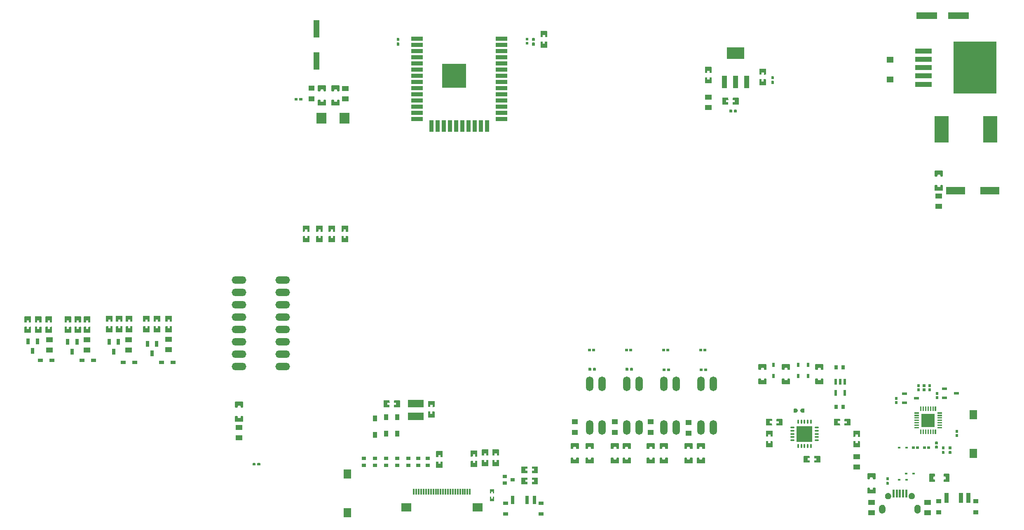
<source format=gtp>
G04 Layer: TopPasteMaskLayer*
G04 EasyEDA v6.5.48, 2025-03-05 09:15:20*
G04 46f63332791e42a8a8f84cc4274b5eef,c1046fc99c6340e49b79c231b7c3a508,10*
G04 Gerber Generator version 0.2*
G04 Scale: 100 percent, Rotated: No, Reflected: No *
G04 Dimensions in millimeters *
G04 leading zeros omitted , absolute positions ,4 integer and 5 decimal *
%FSLAX45Y45*%
%MOMM*%

%AMMACRO1*21,1,$1,$2,0,0,$3*%
%ADD10R,0.9000X2.0000*%
%ADD11R,1.1000X0.9300*%
%ADD12MACRO1,1.26X3.61X0.0000*%
%ADD13R,4.2000X1.4000*%
%ADD14R,1.0000X0.7500*%
%ADD15MACRO1,1X1.3995X90.0000*%
%ADD16R,1.3995X1.0000*%
%ADD17O,2.999994X1.499997*%
%ADD18R,0.7000X1.2500*%
%ADD19R,0.9000X0.8000*%
%ADD20R,0.8000X0.9000*%
%ADD21R,4.0000X1.6000*%
%ADD22R,0.6000X0.4000*%
%ADD23R,0.6300X0.8300*%
%ADD24R,1.4707X1.2700*%
%ADD25R,0.6000X0.5500*%
%ADD26MACRO1,2.1924X2.0475X-90.0000*%
%ADD27R,0.3000X1.2000*%
%ADD28R,2.0000X1.8000*%
%ADD29R,3.0000X5.5000*%
%ADD30R,3.3000X1.6000*%
%ADD31R,1.0700X0.6000*%
%ADD32R,1.5000X1.9000*%
%ADD33R,0.9500X1.2000*%
%ADD34R,2.4000X0.9000*%
%ADD35R,0.9000X2.4000*%
%ADD36R,5.0000X5.0000*%
%ADD37O,1.499997X2.999994*%
%ADD38R,1.1000X2.5000*%
%ADD39MACRO1,3.6X2.34X0.0000*%
%ADD40R,1.2500X1.0000*%
%ADD41R,0.4900X1.1570*%
%ADD42R,0.4900X1.1750*%
%ADD43O,0.8469884X0.36400740000000004*%
%ADD44O,0.36400740000000004X0.8469884*%
%ADD45MACRO1,3.25X3.25X0.0000*%
%ADD46R,3.5000X1.0693*%
%ADD47R,8.8900X10.6600*%
%ADD48R,0.7000X1.8000*%
%ADD49R,1.0000X0.8000*%
%ADD50R,0.0155X0.8000*%

%LPD*%
G36*
X14745868Y-9866477D02*
G01*
X14735860Y-9876485D01*
X14735860Y-9977272D01*
X14745868Y-9987229D01*
X14895931Y-9987229D01*
X14905939Y-9977272D01*
X14905939Y-9876485D01*
X14895931Y-9866477D01*
X14859812Y-9866477D01*
X14849805Y-9876485D01*
X14849805Y-9897567D01*
X14839797Y-9907574D01*
X14802002Y-9907574D01*
X14791994Y-9897567D01*
X14791994Y-9876485D01*
X14781987Y-9866477D01*
G37*
G36*
X14745868Y-9570770D02*
G01*
X14735860Y-9580727D01*
X14735860Y-9681514D01*
X14745868Y-9691522D01*
X14781987Y-9691522D01*
X14791994Y-9681514D01*
X14791994Y-9660432D01*
X14802002Y-9650425D01*
X14839797Y-9650425D01*
X14849805Y-9660432D01*
X14849805Y-9681514D01*
X14859812Y-9691522D01*
X14895931Y-9691522D01*
X14905939Y-9681514D01*
X14905939Y-9580727D01*
X14895931Y-9570770D01*
G37*
G36*
X20841868Y-10193070D02*
G01*
X20831860Y-10203027D01*
X20831860Y-10303814D01*
X20841868Y-10313822D01*
X20877987Y-10313822D01*
X20887994Y-10303814D01*
X20887994Y-10282732D01*
X20898002Y-10272725D01*
X20935797Y-10272725D01*
X20945805Y-10282732D01*
X20945805Y-10303814D01*
X20955812Y-10313822D01*
X20991931Y-10313822D01*
X21001939Y-10303814D01*
X21001939Y-10203027D01*
X20991931Y-10193070D01*
G37*
G36*
X20841868Y-10488777D02*
G01*
X20831860Y-10498785D01*
X20831860Y-10599572D01*
X20841868Y-10609529D01*
X20991931Y-10609529D01*
X21001939Y-10599572D01*
X21001939Y-10498785D01*
X20991931Y-10488777D01*
X20955812Y-10488777D01*
X20945805Y-10498785D01*
X20945805Y-10519867D01*
X20935797Y-10529874D01*
X20898002Y-10529874D01*
X20887994Y-10519867D01*
X20887994Y-10498785D01*
X20877987Y-10488777D01*
G37*
G36*
X15571368Y-9866477D02*
G01*
X15561360Y-9876485D01*
X15561360Y-9977272D01*
X15571368Y-9987229D01*
X15721431Y-9987229D01*
X15731439Y-9977272D01*
X15731439Y-9876485D01*
X15721431Y-9866477D01*
X15685312Y-9866477D01*
X15675305Y-9876485D01*
X15675305Y-9897567D01*
X15665297Y-9907574D01*
X15627502Y-9907574D01*
X15617494Y-9897567D01*
X15617494Y-9876485D01*
X15607487Y-9866477D01*
G37*
G36*
X15571368Y-9570770D02*
G01*
X15561360Y-9580727D01*
X15561360Y-9681514D01*
X15571368Y-9691522D01*
X15607487Y-9691522D01*
X15617494Y-9681514D01*
X15617494Y-9660432D01*
X15627502Y-9650425D01*
X15665297Y-9650425D01*
X15675305Y-9660432D01*
X15675305Y-9681514D01*
X15685312Y-9691522D01*
X15721431Y-9691522D01*
X15731439Y-9681514D01*
X15731439Y-9580727D01*
X15721431Y-9570770D01*
G37*
G36*
X16307968Y-9866477D02*
G01*
X16297960Y-9876485D01*
X16297960Y-9977272D01*
X16307968Y-9987229D01*
X16458031Y-9987229D01*
X16468039Y-9977272D01*
X16468039Y-9876485D01*
X16458031Y-9866477D01*
X16421912Y-9866477D01*
X16411905Y-9876485D01*
X16411905Y-9897567D01*
X16401897Y-9907574D01*
X16364102Y-9907574D01*
X16354094Y-9897567D01*
X16354094Y-9876485D01*
X16344087Y-9866477D01*
G37*
G36*
X16307968Y-9570770D02*
G01*
X16297960Y-9580727D01*
X16297960Y-9681514D01*
X16307968Y-9691522D01*
X16344087Y-9691522D01*
X16354094Y-9681514D01*
X16354094Y-9660432D01*
X16364102Y-9650425D01*
X16401897Y-9650425D01*
X16411905Y-9660432D01*
X16411905Y-9681514D01*
X16421912Y-9691522D01*
X16458031Y-9691522D01*
X16468039Y-9681514D01*
X16468039Y-9580727D01*
X16458031Y-9570770D01*
G37*
G36*
X17082668Y-9866477D02*
G01*
X17072660Y-9876485D01*
X17072660Y-9977272D01*
X17082668Y-9987229D01*
X17232731Y-9987229D01*
X17242739Y-9977272D01*
X17242739Y-9876485D01*
X17232731Y-9866477D01*
X17196612Y-9866477D01*
X17186605Y-9876485D01*
X17186605Y-9897567D01*
X17176597Y-9907574D01*
X17138802Y-9907574D01*
X17128794Y-9897567D01*
X17128794Y-9876485D01*
X17118787Y-9866477D01*
G37*
G36*
X17082668Y-9570770D02*
G01*
X17072660Y-9580727D01*
X17072660Y-9681514D01*
X17082668Y-9691522D01*
X17118787Y-9691522D01*
X17128794Y-9681514D01*
X17128794Y-9660432D01*
X17138802Y-9650425D01*
X17176597Y-9650425D01*
X17186605Y-9660432D01*
X17186605Y-9681514D01*
X17196612Y-9691522D01*
X17232731Y-9691522D01*
X17242739Y-9681514D01*
X17242739Y-9580727D01*
X17232731Y-9570770D01*
G37*
G36*
X9551568Y-2513177D02*
G01*
X9541560Y-2523185D01*
X9541560Y-2623972D01*
X9551568Y-2633929D01*
X9701631Y-2633929D01*
X9711639Y-2623972D01*
X9711639Y-2523185D01*
X9701631Y-2513177D01*
X9665512Y-2513177D01*
X9655505Y-2523185D01*
X9655505Y-2544267D01*
X9645497Y-2554274D01*
X9607702Y-2554274D01*
X9597694Y-2544267D01*
X9597694Y-2523185D01*
X9587687Y-2513177D01*
G37*
G36*
X9551568Y-2217470D02*
G01*
X9541560Y-2227427D01*
X9541560Y-2328214D01*
X9551568Y-2338222D01*
X9587687Y-2338222D01*
X9597694Y-2328214D01*
X9597694Y-2307132D01*
X9607702Y-2297125D01*
X9645497Y-2297125D01*
X9655505Y-2307132D01*
X9655505Y-2328214D01*
X9665512Y-2338222D01*
X9701631Y-2338222D01*
X9711639Y-2328214D01*
X9711639Y-2227427D01*
X9701631Y-2217470D01*
G37*
G36*
X9830968Y-2513177D02*
G01*
X9820960Y-2523185D01*
X9820960Y-2623972D01*
X9830968Y-2633929D01*
X9981031Y-2633929D01*
X9991039Y-2623972D01*
X9991039Y-2523185D01*
X9981031Y-2513177D01*
X9944912Y-2513177D01*
X9934905Y-2523185D01*
X9934905Y-2544267D01*
X9924897Y-2554274D01*
X9887102Y-2554274D01*
X9877094Y-2544267D01*
X9877094Y-2523185D01*
X9867087Y-2513177D01*
G37*
G36*
X9830968Y-2217470D02*
G01*
X9820960Y-2227427D01*
X9820960Y-2328214D01*
X9830968Y-2338222D01*
X9867087Y-2338222D01*
X9877094Y-2328214D01*
X9877094Y-2307132D01*
X9887102Y-2297125D01*
X9924897Y-2297125D01*
X9934905Y-2307132D01*
X9934905Y-2328214D01*
X9944912Y-2338222D01*
X9981031Y-2338222D01*
X9991039Y-2328214D01*
X9991039Y-2227427D01*
X9981031Y-2217470D01*
G37*
G36*
X22411385Y-10201960D02*
G01*
X22401377Y-10211968D01*
X22401377Y-10248087D01*
X22411385Y-10258094D01*
X22432467Y-10258094D01*
X22442474Y-10268102D01*
X22442474Y-10305897D01*
X22432467Y-10315905D01*
X22411385Y-10315905D01*
X22401377Y-10325912D01*
X22401377Y-10362031D01*
X22411385Y-10372039D01*
X22512172Y-10372039D01*
X22522129Y-10362031D01*
X22522129Y-10211968D01*
X22512172Y-10201960D01*
G37*
G36*
X22115627Y-10201960D02*
G01*
X22105670Y-10211968D01*
X22105670Y-10362031D01*
X22115627Y-10372039D01*
X22216414Y-10372039D01*
X22226422Y-10362031D01*
X22226422Y-10325912D01*
X22216414Y-10315905D01*
X22195332Y-10315905D01*
X22185325Y-10305897D01*
X22185325Y-10268102D01*
X22195332Y-10258094D01*
X22216414Y-10258094D01*
X22226422Y-10248087D01*
X22226422Y-10211968D01*
X22216414Y-10201960D01*
G37*
G36*
X20548092Y-9316872D02*
G01*
X20543113Y-9321901D01*
X20543113Y-9436912D01*
X20548092Y-9441891D01*
X20590103Y-9441383D01*
X20590103Y-9397390D01*
X20635112Y-9397390D01*
X20635112Y-9442399D01*
X20676108Y-9441891D01*
X20681086Y-9436912D01*
X20681086Y-9321901D01*
X20676108Y-9316872D01*
G37*
G36*
X20548092Y-9531908D02*
G01*
X20543113Y-9536887D01*
X20543113Y-9651898D01*
X20548092Y-9656876D01*
X20676108Y-9656876D01*
X20681086Y-9651898D01*
X20681086Y-9536887D01*
X20676108Y-9531908D01*
X20635112Y-9532416D01*
X20635112Y-9576409D01*
X20590103Y-9576409D01*
X20590103Y-9531908D01*
G37*
G36*
X7849768Y-8719870D02*
G01*
X7839760Y-8729827D01*
X7839760Y-8830614D01*
X7849768Y-8840622D01*
X7885887Y-8840622D01*
X7895894Y-8830614D01*
X7895894Y-8809532D01*
X7905902Y-8799525D01*
X7943697Y-8799525D01*
X7953705Y-8809532D01*
X7953705Y-8830614D01*
X7963712Y-8840622D01*
X7999831Y-8840622D01*
X8009839Y-8830614D01*
X8009839Y-8729827D01*
X7999831Y-8719870D01*
G37*
G36*
X7849768Y-9015577D02*
G01*
X7839760Y-9025585D01*
X7839760Y-9126372D01*
X7849768Y-9136329D01*
X7999831Y-9136329D01*
X8009839Y-9126372D01*
X8009839Y-9025585D01*
X7999831Y-9015577D01*
X7963712Y-9015577D01*
X7953705Y-9025585D01*
X7953705Y-9046667D01*
X7943697Y-9056674D01*
X7905902Y-9056674D01*
X7895894Y-9046667D01*
X7895894Y-9025585D01*
X7885887Y-9015577D01*
G37*
G36*
X22226168Y-3970070D02*
G01*
X22216160Y-3980027D01*
X22216160Y-4080814D01*
X22226168Y-4090822D01*
X22262287Y-4090822D01*
X22272294Y-4080814D01*
X22272294Y-4059732D01*
X22282302Y-4049725D01*
X22320097Y-4049725D01*
X22330105Y-4059732D01*
X22330105Y-4080814D01*
X22340112Y-4090822D01*
X22376231Y-4090822D01*
X22386239Y-4080814D01*
X22386239Y-3980027D01*
X22376231Y-3970070D01*
G37*
G36*
X22226168Y-4265777D02*
G01*
X22216160Y-4275785D01*
X22216160Y-4376572D01*
X22226168Y-4386529D01*
X22376231Y-4386529D01*
X22386239Y-4376572D01*
X22386239Y-4275785D01*
X22376231Y-4265777D01*
X22340112Y-4265777D01*
X22330105Y-4275785D01*
X22330105Y-4296867D01*
X22320097Y-4306874D01*
X22282302Y-4306874D01*
X22272294Y-4296867D01*
X22272294Y-4275785D01*
X22262287Y-4265777D01*
G37*
G36*
X3949192Y-6965696D02*
G01*
X3944213Y-6970725D01*
X3944213Y-7085736D01*
X3949192Y-7090714D01*
X3991203Y-7090206D01*
X3991203Y-7046214D01*
X4036212Y-7046214D01*
X4036212Y-7091222D01*
X4077208Y-7090714D01*
X4082186Y-7085736D01*
X4082186Y-6970725D01*
X4077208Y-6965696D01*
G37*
G36*
X3949192Y-7180732D02*
G01*
X3944213Y-7185710D01*
X3944213Y-7300722D01*
X3949192Y-7305700D01*
X4077208Y-7305700D01*
X4082186Y-7300722D01*
X4082186Y-7185710D01*
X4077208Y-7180732D01*
X4036212Y-7181240D01*
X4036212Y-7225233D01*
X3991203Y-7225233D01*
X3991203Y-7180732D01*
G37*
G36*
X9279737Y-5315000D02*
G01*
X9238742Y-5315508D01*
X9233763Y-5320487D01*
X9233763Y-5435498D01*
X9238742Y-5440527D01*
X9366758Y-5440527D01*
X9371736Y-5435498D01*
X9371736Y-5320487D01*
X9366758Y-5315508D01*
X9324746Y-5316016D01*
X9324746Y-5360009D01*
X9279737Y-5360009D01*
G37*
G36*
X9238742Y-5100523D02*
G01*
X9233763Y-5105501D01*
X9233763Y-5220512D01*
X9238742Y-5225491D01*
X9279737Y-5224983D01*
X9279737Y-5180990D01*
X9324746Y-5180990D01*
X9324746Y-5225491D01*
X9366758Y-5225491D01*
X9371736Y-5220512D01*
X9371736Y-5105501D01*
X9366758Y-5100523D01*
G37*
G36*
X3774287Y-7180224D02*
G01*
X3733292Y-7180732D01*
X3728313Y-7185710D01*
X3728313Y-7300722D01*
X3733292Y-7305700D01*
X3861308Y-7305700D01*
X3866286Y-7300722D01*
X3866286Y-7185710D01*
X3861308Y-7180732D01*
X3819296Y-7181240D01*
X3819296Y-7225233D01*
X3774287Y-7225233D01*
G37*
G36*
X3733292Y-6965746D02*
G01*
X3728313Y-6970725D01*
X3728313Y-7085736D01*
X3733292Y-7090714D01*
X3774287Y-7090206D01*
X3774287Y-7046214D01*
X3819296Y-7046214D01*
X3819296Y-7090714D01*
X3861308Y-7090714D01*
X3866286Y-7085736D01*
X3866286Y-6970725D01*
X3861308Y-6965746D01*
G37*
G36*
X4736592Y-6965696D02*
G01*
X4731613Y-6970725D01*
X4731613Y-7085736D01*
X4736592Y-7090714D01*
X4778603Y-7090206D01*
X4778603Y-7046214D01*
X4823612Y-7046214D01*
X4823612Y-7091222D01*
X4864608Y-7090714D01*
X4869586Y-7085736D01*
X4869586Y-6970725D01*
X4864608Y-6965696D01*
G37*
G36*
X4736592Y-7180732D02*
G01*
X4731613Y-7185710D01*
X4731613Y-7300722D01*
X4736592Y-7305700D01*
X4864608Y-7305700D01*
X4869586Y-7300722D01*
X4869586Y-7185710D01*
X4864608Y-7180732D01*
X4823612Y-7181240D01*
X4823612Y-7225233D01*
X4778603Y-7225233D01*
X4778603Y-7180732D01*
G37*
G36*
X9552787Y-5315000D02*
G01*
X9511792Y-5315508D01*
X9506813Y-5320487D01*
X9506813Y-5435498D01*
X9511792Y-5440527D01*
X9639808Y-5440527D01*
X9644786Y-5435498D01*
X9644786Y-5320487D01*
X9639808Y-5315508D01*
X9597796Y-5316016D01*
X9597796Y-5360009D01*
X9552787Y-5360009D01*
G37*
G36*
X9511792Y-5100523D02*
G01*
X9506813Y-5105501D01*
X9506813Y-5220512D01*
X9511792Y-5225491D01*
X9552787Y-5224983D01*
X9552787Y-5180990D01*
X9597796Y-5180990D01*
X9597796Y-5225491D01*
X9639808Y-5225491D01*
X9644786Y-5220512D01*
X9644786Y-5105501D01*
X9639808Y-5100523D01*
G37*
G36*
X4587087Y-7180224D02*
G01*
X4546092Y-7180732D01*
X4541113Y-7185710D01*
X4541113Y-7300722D01*
X4546092Y-7305700D01*
X4674108Y-7305700D01*
X4679086Y-7300722D01*
X4679086Y-7185710D01*
X4674108Y-7180732D01*
X4632096Y-7181240D01*
X4632096Y-7225233D01*
X4587087Y-7225233D01*
G37*
G36*
X4546092Y-6965746D02*
G01*
X4541113Y-6970725D01*
X4541113Y-7085736D01*
X4546092Y-7090714D01*
X4587087Y-7090206D01*
X4587087Y-7046214D01*
X4632096Y-7046214D01*
X4632096Y-7090714D01*
X4674108Y-7090714D01*
X4679086Y-7085736D01*
X4679086Y-6970725D01*
X4674108Y-6965746D01*
G37*
G36*
X4383887Y-7180224D02*
G01*
X4342892Y-7180732D01*
X4337913Y-7185710D01*
X4337913Y-7300722D01*
X4342892Y-7305700D01*
X4470908Y-7305700D01*
X4475886Y-7300722D01*
X4475886Y-7185710D01*
X4470908Y-7180732D01*
X4428896Y-7181240D01*
X4428896Y-7225233D01*
X4383887Y-7225233D01*
G37*
G36*
X4342892Y-6965746D02*
G01*
X4337913Y-6970725D01*
X4337913Y-7085736D01*
X4342892Y-7090714D01*
X4383887Y-7090206D01*
X4383887Y-7046214D01*
X4428896Y-7046214D01*
X4428896Y-7090714D01*
X4470908Y-7090714D01*
X4475886Y-7085736D01*
X4475886Y-6970725D01*
X4470908Y-6965746D01*
G37*
G36*
X5600192Y-6952996D02*
G01*
X5595213Y-6958025D01*
X5595213Y-7073036D01*
X5600192Y-7078014D01*
X5642203Y-7077506D01*
X5642203Y-7033514D01*
X5687212Y-7033514D01*
X5687212Y-7078522D01*
X5728208Y-7078014D01*
X5733186Y-7073036D01*
X5733186Y-6958025D01*
X5728208Y-6952996D01*
G37*
G36*
X5600192Y-7168032D02*
G01*
X5595213Y-7173010D01*
X5595213Y-7288022D01*
X5600192Y-7293000D01*
X5728208Y-7293000D01*
X5733186Y-7288022D01*
X5733186Y-7173010D01*
X5728208Y-7168032D01*
X5687212Y-7168540D01*
X5687212Y-7212533D01*
X5642203Y-7212533D01*
X5642203Y-7168032D01*
G37*
G36*
X9806787Y-5315000D02*
G01*
X9765792Y-5315508D01*
X9760813Y-5320487D01*
X9760813Y-5435498D01*
X9765792Y-5440527D01*
X9893808Y-5440527D01*
X9898786Y-5435498D01*
X9898786Y-5320487D01*
X9893808Y-5315508D01*
X9851796Y-5316016D01*
X9851796Y-5360009D01*
X9806787Y-5360009D01*
G37*
G36*
X9765792Y-5100523D02*
G01*
X9760813Y-5105501D01*
X9760813Y-5220512D01*
X9765792Y-5225491D01*
X9806787Y-5224983D01*
X9806787Y-5180990D01*
X9851796Y-5180990D01*
X9851796Y-5225491D01*
X9893808Y-5225491D01*
X9898786Y-5220512D01*
X9898786Y-5105501D01*
X9893808Y-5100523D01*
G37*
G36*
X5437987Y-7167524D02*
G01*
X5396992Y-7168032D01*
X5392013Y-7173010D01*
X5392013Y-7288022D01*
X5396992Y-7293000D01*
X5525008Y-7293000D01*
X5529986Y-7288022D01*
X5529986Y-7173010D01*
X5525008Y-7168032D01*
X5482996Y-7168540D01*
X5482996Y-7212533D01*
X5437987Y-7212533D01*
G37*
G36*
X5396992Y-6953046D02*
G01*
X5392013Y-6958025D01*
X5392013Y-7073036D01*
X5396992Y-7078014D01*
X5437987Y-7077506D01*
X5437987Y-7033514D01*
X5482996Y-7033514D01*
X5482996Y-7078014D01*
X5525008Y-7078014D01*
X5529986Y-7073036D01*
X5529986Y-6958025D01*
X5525008Y-6953046D01*
G37*
G36*
X5234787Y-7167524D02*
G01*
X5193792Y-7168032D01*
X5188813Y-7173010D01*
X5188813Y-7288022D01*
X5193792Y-7293000D01*
X5321808Y-7293000D01*
X5326786Y-7288022D01*
X5326786Y-7173010D01*
X5321808Y-7168032D01*
X5279796Y-7168540D01*
X5279796Y-7212533D01*
X5234787Y-7212533D01*
G37*
G36*
X5193792Y-6953046D02*
G01*
X5188813Y-6958025D01*
X5188813Y-7073036D01*
X5193792Y-7078014D01*
X5234787Y-7077506D01*
X5234787Y-7033514D01*
X5279796Y-7033514D01*
X5279796Y-7078014D01*
X5321808Y-7078014D01*
X5326786Y-7073036D01*
X5326786Y-6958025D01*
X5321808Y-6953046D01*
G37*
G36*
X6412992Y-6952996D02*
G01*
X6408013Y-6958025D01*
X6408013Y-7073036D01*
X6412992Y-7078014D01*
X6455003Y-7077506D01*
X6455003Y-7033514D01*
X6500012Y-7033514D01*
X6500012Y-7078522D01*
X6541007Y-7078014D01*
X6545986Y-7073036D01*
X6545986Y-6958025D01*
X6541007Y-6952996D01*
G37*
G36*
X6412992Y-7168032D02*
G01*
X6408013Y-7173010D01*
X6408013Y-7288022D01*
X6412992Y-7293000D01*
X6541007Y-7293000D01*
X6545986Y-7288022D01*
X6545986Y-7173010D01*
X6541007Y-7168032D01*
X6500012Y-7168540D01*
X6500012Y-7212533D01*
X6455003Y-7212533D01*
X6455003Y-7168032D01*
G37*
G36*
X10073487Y-5315000D02*
G01*
X10032492Y-5315508D01*
X10027513Y-5320487D01*
X10027513Y-5435498D01*
X10032492Y-5440527D01*
X10160508Y-5440527D01*
X10165486Y-5435498D01*
X10165486Y-5320487D01*
X10160508Y-5315508D01*
X10118496Y-5316016D01*
X10118496Y-5360009D01*
X10073487Y-5360009D01*
G37*
G36*
X10032492Y-5100523D02*
G01*
X10027513Y-5105501D01*
X10027513Y-5220512D01*
X10032492Y-5225491D01*
X10073487Y-5224983D01*
X10073487Y-5180990D01*
X10118496Y-5180990D01*
X10118496Y-5225491D01*
X10160508Y-5225491D01*
X10165486Y-5220512D01*
X10165486Y-5105501D01*
X10160508Y-5100523D01*
G37*
G36*
X6212687Y-7167524D02*
G01*
X6171692Y-7168032D01*
X6166713Y-7173010D01*
X6166713Y-7288022D01*
X6171692Y-7293000D01*
X6299708Y-7293000D01*
X6304686Y-7288022D01*
X6304686Y-7173010D01*
X6299708Y-7168032D01*
X6257696Y-7168540D01*
X6257696Y-7212533D01*
X6212687Y-7212533D01*
G37*
G36*
X6171692Y-6953046D02*
G01*
X6166713Y-6958025D01*
X6166713Y-7073036D01*
X6171692Y-7078014D01*
X6212687Y-7077506D01*
X6212687Y-7033514D01*
X6257696Y-7033514D01*
X6257696Y-7078014D01*
X6299708Y-7078014D01*
X6304686Y-7073036D01*
X6304686Y-6958025D01*
X6299708Y-6953046D01*
G37*
G36*
X5996787Y-7167524D02*
G01*
X5955792Y-7168032D01*
X5950813Y-7173010D01*
X5950813Y-7288022D01*
X5955792Y-7293000D01*
X6083808Y-7293000D01*
X6088786Y-7288022D01*
X6088786Y-7173010D01*
X6083808Y-7168032D01*
X6041796Y-7168540D01*
X6041796Y-7212533D01*
X5996787Y-7212533D01*
G37*
G36*
X5955792Y-6953046D02*
G01*
X5950813Y-6958025D01*
X5950813Y-7073036D01*
X5955792Y-7078014D01*
X5996787Y-7077506D01*
X5996787Y-7033514D01*
X6041796Y-7033514D01*
X6041796Y-7078014D01*
X6083808Y-7078014D01*
X6088786Y-7073036D01*
X6088786Y-6958025D01*
X6083808Y-6953046D01*
G37*
G36*
X3558387Y-7180224D02*
G01*
X3517392Y-7180732D01*
X3512413Y-7185710D01*
X3512413Y-7300722D01*
X3517392Y-7305700D01*
X3645408Y-7305700D01*
X3650386Y-7300722D01*
X3650386Y-7185710D01*
X3645408Y-7180732D01*
X3603396Y-7181240D01*
X3603396Y-7225233D01*
X3558387Y-7225233D01*
G37*
G36*
X3517392Y-6965746D02*
G01*
X3512413Y-6970725D01*
X3512413Y-7085736D01*
X3517392Y-7090714D01*
X3558387Y-7090206D01*
X3558387Y-7046214D01*
X3603396Y-7046214D01*
X3603396Y-7090714D01*
X3645408Y-7090714D01*
X3650386Y-7085736D01*
X3650386Y-6970725D01*
X3645408Y-6965746D01*
G37*
G36*
X12016587Y-9951008D02*
G01*
X11975592Y-9951516D01*
X11970613Y-9956495D01*
X11970613Y-10071506D01*
X11975592Y-10076484D01*
X12103608Y-10076484D01*
X12108586Y-10071506D01*
X12108586Y-9956495D01*
X12103608Y-9951516D01*
X12061596Y-9951974D01*
X12061596Y-9996017D01*
X12016587Y-9996017D01*
G37*
G36*
X11975592Y-9735515D02*
G01*
X11970613Y-9740493D01*
X11970613Y-9855504D01*
X11975592Y-9860483D01*
X12017603Y-9860026D01*
X12017603Y-9815982D01*
X12062612Y-9815982D01*
X12062612Y-9860991D01*
X12103608Y-9860483D01*
X12108586Y-9855504D01*
X12108586Y-9740493D01*
X12103608Y-9735515D01*
G37*
G36*
X11810492Y-8706815D02*
G01*
X11805513Y-8711793D01*
X11805513Y-8826804D01*
X11810492Y-8831783D01*
X11852503Y-8831326D01*
X11852503Y-8787282D01*
X11897512Y-8787282D01*
X11897512Y-8832291D01*
X11938508Y-8831783D01*
X11943486Y-8826804D01*
X11943486Y-8711793D01*
X11938508Y-8706815D01*
G37*
G36*
X11851487Y-8922308D02*
G01*
X11810492Y-8922816D01*
X11805513Y-8927795D01*
X11805513Y-9042806D01*
X11810492Y-9047784D01*
X11938508Y-9047784D01*
X11943486Y-9042806D01*
X11943486Y-8927795D01*
X11938508Y-8922816D01*
X11896496Y-8923274D01*
X11896496Y-8967317D01*
X11851487Y-8967317D01*
G37*
G36*
X10896193Y-8694013D02*
G01*
X10891215Y-8698992D01*
X10891215Y-8827008D01*
X10896193Y-8831986D01*
X11011204Y-8831986D01*
X11016183Y-8827008D01*
X11015726Y-8784996D01*
X10971682Y-8784996D01*
X10971682Y-8739987D01*
X11016691Y-8739987D01*
X11016183Y-8698992D01*
X11011204Y-8694013D01*
G37*
G36*
X11112195Y-8694013D02*
G01*
X11107216Y-8698992D01*
X11107674Y-8741003D01*
X11151717Y-8741003D01*
X11151717Y-8786012D01*
X11106708Y-8786012D01*
X11107216Y-8827008D01*
X11112195Y-8831986D01*
X11227206Y-8831986D01*
X11232184Y-8827008D01*
X11232184Y-8698992D01*
X11227206Y-8694013D01*
G37*
G36*
X13131292Y-9702546D02*
G01*
X13126313Y-9707575D01*
X13126313Y-9822535D01*
X13131292Y-9827564D01*
X13173303Y-9827056D01*
X13173303Y-9783064D01*
X13218312Y-9783064D01*
X13218312Y-9828072D01*
X13259307Y-9827564D01*
X13264286Y-9822535D01*
X13264286Y-9707575D01*
X13259307Y-9702546D01*
G37*
G36*
X13172287Y-9918039D02*
G01*
X13131292Y-9918547D01*
X13126313Y-9923526D01*
X13126313Y-10038537D01*
X13131292Y-10043566D01*
X13259307Y-10043566D01*
X13264286Y-10038537D01*
X13264286Y-9923526D01*
X13259307Y-9918547D01*
X13217296Y-9919055D01*
X13217296Y-9963048D01*
X13172287Y-9963048D01*
G37*
G36*
X12915392Y-9702546D02*
G01*
X12910413Y-9707575D01*
X12910413Y-9822535D01*
X12915392Y-9827564D01*
X12957403Y-9827056D01*
X12957403Y-9783064D01*
X13002412Y-9783064D01*
X13002412Y-9828072D01*
X13043408Y-9827564D01*
X13048386Y-9822535D01*
X13048386Y-9707575D01*
X13043408Y-9702546D01*
G37*
G36*
X12956387Y-9918039D02*
G01*
X12915392Y-9918547D01*
X12910413Y-9923526D01*
X12910413Y-10038537D01*
X12915392Y-10043566D01*
X13043408Y-10043566D01*
X13048386Y-10038537D01*
X13048386Y-9923526D01*
X13043408Y-9918547D01*
X13001396Y-9919055D01*
X13001396Y-9963048D01*
X12956387Y-9963048D01*
G37*
G36*
X14121892Y-1099515D02*
G01*
X14116913Y-1104493D01*
X14116913Y-1219504D01*
X14121892Y-1224483D01*
X14163903Y-1224026D01*
X14163903Y-1179982D01*
X14208912Y-1179982D01*
X14208912Y-1224991D01*
X14249907Y-1224483D01*
X14254886Y-1219504D01*
X14254886Y-1104493D01*
X14249907Y-1099515D01*
G37*
G36*
X14162887Y-1315008D02*
G01*
X14121892Y-1315516D01*
X14116913Y-1320495D01*
X14116913Y-1435506D01*
X14121892Y-1440484D01*
X14249907Y-1440484D01*
X14254886Y-1435506D01*
X14254886Y-1320495D01*
X14249907Y-1315516D01*
X14207896Y-1315974D01*
X14207896Y-1360017D01*
X14162887Y-1360017D01*
G37*
G36*
X19744740Y-9835337D02*
G01*
X19739762Y-9840315D01*
X19740219Y-9882327D01*
X19784263Y-9882327D01*
X19784263Y-9927336D01*
X19739254Y-9927336D01*
X19739762Y-9968331D01*
X19744740Y-9973310D01*
X19859752Y-9973310D01*
X19864730Y-9968331D01*
X19864730Y-9840315D01*
X19859752Y-9835337D01*
G37*
G36*
X19528739Y-9835337D02*
G01*
X19523760Y-9840315D01*
X19523760Y-9968331D01*
X19528739Y-9973310D01*
X19643750Y-9973310D01*
X19648728Y-9968331D01*
X19648271Y-9926320D01*
X19604228Y-9926320D01*
X19604228Y-9881311D01*
X19649236Y-9881311D01*
X19648728Y-9840315D01*
X19643750Y-9835337D01*
G37*
G36*
X20151039Y-9073337D02*
G01*
X20146060Y-9078315D01*
X20146060Y-9206331D01*
X20151039Y-9211310D01*
X20266050Y-9211310D01*
X20271028Y-9206331D01*
X20270571Y-9164320D01*
X20226528Y-9164320D01*
X20226528Y-9119311D01*
X20271536Y-9119311D01*
X20271028Y-9078315D01*
X20266050Y-9073337D01*
G37*
G36*
X20367040Y-9073337D02*
G01*
X20362062Y-9078315D01*
X20362519Y-9120327D01*
X20406563Y-9120327D01*
X20406563Y-9165336D01*
X20361554Y-9165336D01*
X20362062Y-9206331D01*
X20367040Y-9211310D01*
X20482052Y-9211310D01*
X20487030Y-9206331D01*
X20487030Y-9078315D01*
X20482052Y-9073337D01*
G37*
G36*
X18754039Y-9073337D02*
G01*
X18749060Y-9078315D01*
X18749060Y-9206331D01*
X18754039Y-9211310D01*
X18869050Y-9211310D01*
X18874028Y-9206331D01*
X18873571Y-9164320D01*
X18829528Y-9164320D01*
X18829528Y-9119311D01*
X18874536Y-9119311D01*
X18874028Y-9078315D01*
X18869050Y-9073337D01*
G37*
G36*
X18970040Y-9073337D02*
G01*
X18965062Y-9078315D01*
X18965519Y-9120327D01*
X19009563Y-9120327D01*
X19009563Y-9165336D01*
X18964554Y-9165336D01*
X18965062Y-9206331D01*
X18970040Y-9211310D01*
X19085052Y-9211310D01*
X19090030Y-9206331D01*
X19090030Y-9078315D01*
X19085052Y-9073337D01*
G37*
G36*
X18617692Y-1874215D02*
G01*
X18612713Y-1879193D01*
X18612713Y-1994204D01*
X18617692Y-1999183D01*
X18659703Y-1998725D01*
X18659703Y-1954682D01*
X18704712Y-1954682D01*
X18704712Y-1999691D01*
X18745708Y-1999183D01*
X18750686Y-1994204D01*
X18750686Y-1879193D01*
X18745708Y-1874215D01*
G37*
G36*
X18658687Y-2089708D02*
G01*
X18617692Y-2090216D01*
X18612713Y-2095195D01*
X18612713Y-2210206D01*
X18617692Y-2215184D01*
X18745708Y-2215184D01*
X18750686Y-2210206D01*
X18750686Y-2095195D01*
X18745708Y-2090216D01*
X18703696Y-2090674D01*
X18703696Y-2134717D01*
X18658687Y-2134717D01*
G37*
G36*
X17855793Y-2471013D02*
G01*
X17850815Y-2475992D01*
X17850815Y-2604008D01*
X17855793Y-2608986D01*
X17970804Y-2608986D01*
X17975783Y-2604008D01*
X17975326Y-2561996D01*
X17931282Y-2561996D01*
X17931282Y-2516987D01*
X17976291Y-2516987D01*
X17975783Y-2475992D01*
X17970804Y-2471013D01*
G37*
G36*
X18071795Y-2471013D02*
G01*
X18066816Y-2475992D01*
X18067274Y-2518003D01*
X18111317Y-2518003D01*
X18111317Y-2563012D01*
X18066308Y-2563012D01*
X18066816Y-2604008D01*
X18071795Y-2608986D01*
X18186806Y-2608986D01*
X18191784Y-2604008D01*
X18191784Y-2475992D01*
X18186806Y-2471013D01*
G37*
G36*
X22367595Y-9733483D02*
G01*
X22362617Y-9740493D01*
X22362617Y-9788499D01*
X22367595Y-9793478D01*
X22412604Y-9793478D01*
X22417582Y-9788499D01*
X22417582Y-9740493D01*
X22412604Y-9733483D01*
G37*
G36*
X22367595Y-9637522D02*
G01*
X22362617Y-9642500D01*
X22362617Y-9690506D01*
X22367595Y-9697516D01*
X22412604Y-9697516D01*
X22417582Y-9690506D01*
X22417582Y-9642500D01*
X22412604Y-9637522D01*
G37*
G36*
X21224595Y-10368483D02*
G01*
X21219617Y-10375493D01*
X21219617Y-10423499D01*
X21224595Y-10428478D01*
X21269604Y-10428478D01*
X21274582Y-10423499D01*
X21274582Y-10375493D01*
X21269604Y-10368483D01*
G37*
G36*
X21224595Y-10272522D02*
G01*
X21219617Y-10277500D01*
X21219617Y-10325506D01*
X21224595Y-10332516D01*
X21269604Y-10332516D01*
X21274582Y-10325506D01*
X21274582Y-10277500D01*
X21269604Y-10272522D01*
G37*
G36*
X22507295Y-9733483D02*
G01*
X22502317Y-9740493D01*
X22502317Y-9788499D01*
X22507295Y-9793478D01*
X22552304Y-9793478D01*
X22557282Y-9788499D01*
X22557282Y-9740493D01*
X22552304Y-9733483D01*
G37*
G36*
X22507295Y-9637522D02*
G01*
X22502317Y-9642500D01*
X22502317Y-9690506D01*
X22507295Y-9697516D01*
X22552304Y-9697516D01*
X22557282Y-9690506D01*
X22557282Y-9642500D01*
X22552304Y-9637522D01*
G37*
G36*
X17999100Y-2715717D02*
G01*
X17994122Y-2720695D01*
X17994122Y-2765704D01*
X17999100Y-2770682D01*
X18047106Y-2770682D01*
X18054116Y-2765704D01*
X18054116Y-2720695D01*
X18047106Y-2715717D01*
G37*
G36*
X18097093Y-2715717D02*
G01*
X18090083Y-2720695D01*
X18090083Y-2765704D01*
X18097093Y-2770682D01*
X18145099Y-2770682D01*
X18150078Y-2765704D01*
X18150078Y-2720695D01*
X18145099Y-2715717D01*
G37*
G36*
X15103500Y-8024317D02*
G01*
X15098522Y-8029295D01*
X15098522Y-8074304D01*
X15103500Y-8079282D01*
X15151506Y-8079282D01*
X15158516Y-8074304D01*
X15158516Y-8029295D01*
X15151506Y-8024317D01*
G37*
G36*
X15201493Y-8024317D02*
G01*
X15194483Y-8029295D01*
X15194483Y-8074304D01*
X15201493Y-8079282D01*
X15249499Y-8079282D01*
X15254478Y-8074304D01*
X15254478Y-8029295D01*
X15249499Y-8024317D01*
G37*
G36*
X11166195Y-1242822D02*
G01*
X11161217Y-1247800D01*
X11161217Y-1295806D01*
X11166195Y-1302816D01*
X11211204Y-1302816D01*
X11216182Y-1295806D01*
X11216182Y-1247800D01*
X11211204Y-1242822D01*
G37*
G36*
X11166195Y-1338783D02*
G01*
X11161217Y-1345793D01*
X11161217Y-1393799D01*
X11166195Y-1398778D01*
X11211204Y-1398778D01*
X11216182Y-1393799D01*
X11216182Y-1345793D01*
X11211204Y-1338783D01*
G37*
G36*
X15865500Y-8024317D02*
G01*
X15860522Y-8029295D01*
X15860522Y-8074304D01*
X15865500Y-8079282D01*
X15913506Y-8079282D01*
X15920516Y-8074304D01*
X15920516Y-8029295D01*
X15913506Y-8024317D01*
G37*
G36*
X15963493Y-8024317D02*
G01*
X15956483Y-8029295D01*
X15956483Y-8074304D01*
X15963493Y-8079282D01*
X16011499Y-8079282D01*
X16016478Y-8074304D01*
X16016478Y-8029295D01*
X16011499Y-8024317D01*
G37*
G36*
X16627500Y-8037017D02*
G01*
X16622522Y-8041995D01*
X16622522Y-8087004D01*
X16627500Y-8091982D01*
X16675506Y-8091982D01*
X16682516Y-8087004D01*
X16682516Y-8041995D01*
X16675506Y-8037017D01*
G37*
G36*
X16725493Y-8037017D02*
G01*
X16718483Y-8041995D01*
X16718483Y-8087004D01*
X16725493Y-8091982D01*
X16773499Y-8091982D01*
X16778478Y-8087004D01*
X16778478Y-8041995D01*
X16773499Y-8037017D01*
G37*
G36*
X17389500Y-8037017D02*
G01*
X17384522Y-8041995D01*
X17384522Y-8087004D01*
X17389500Y-8091982D01*
X17437506Y-8091982D01*
X17444516Y-8087004D01*
X17444516Y-8041995D01*
X17437506Y-8037017D01*
G37*
G36*
X17487493Y-8037017D02*
G01*
X17480483Y-8041995D01*
X17480483Y-8087004D01*
X17487493Y-8091982D01*
X17535499Y-8091982D01*
X17540478Y-8087004D01*
X17540478Y-8041995D01*
X17535499Y-8037017D01*
G37*
G36*
X18862395Y-2030222D02*
G01*
X18857417Y-2035200D01*
X18857417Y-2083206D01*
X18862395Y-2090216D01*
X18907404Y-2090216D01*
X18912382Y-2083206D01*
X18912382Y-2035200D01*
X18907404Y-2030222D01*
G37*
G36*
X18862395Y-2126183D02*
G01*
X18857417Y-2133193D01*
X18857417Y-2181199D01*
X18862395Y-2186178D01*
X18907404Y-2186178D01*
X18912382Y-2181199D01*
X18912382Y-2133193D01*
X18907404Y-2126183D01*
G37*
G36*
X13947495Y-1242822D02*
G01*
X13942517Y-1247800D01*
X13942517Y-1295806D01*
X13947495Y-1302816D01*
X13992504Y-1302816D01*
X13997482Y-1295806D01*
X13997482Y-1247800D01*
X13992504Y-1242822D01*
G37*
G36*
X13947495Y-1338783D02*
G01*
X13942517Y-1345793D01*
X13942517Y-1393799D01*
X13947495Y-1398778D01*
X13992504Y-1398778D01*
X13997482Y-1393799D01*
X13997482Y-1345793D01*
X13992504Y-1338783D01*
G37*
G36*
X8207400Y-9978440D02*
G01*
X8202422Y-9983419D01*
X8202422Y-10028428D01*
X8207400Y-10033406D01*
X8255406Y-10033406D01*
X8262416Y-10028428D01*
X8262416Y-9983419D01*
X8255406Y-9978440D01*
G37*
G36*
X8305393Y-9978440D02*
G01*
X8298383Y-9983419D01*
X8298383Y-10028428D01*
X8305393Y-10033406D01*
X8353399Y-10033406D01*
X8358378Y-10028428D01*
X8358378Y-9983419D01*
X8353399Y-9978440D01*
G37*
G36*
X9071000Y-2474417D02*
G01*
X9066022Y-2479395D01*
X9066022Y-2524404D01*
X9071000Y-2529382D01*
X9119006Y-2529382D01*
X9126016Y-2524404D01*
X9126016Y-2479395D01*
X9119006Y-2474417D01*
G37*
G36*
X9168993Y-2474417D02*
G01*
X9161983Y-2479395D01*
X9161983Y-2524404D01*
X9168993Y-2529382D01*
X9216999Y-2529382D01*
X9221978Y-2524404D01*
X9221978Y-2479395D01*
X9216999Y-2474417D01*
G37*
G36*
X19480123Y-8858300D02*
G01*
X19452691Y-8887663D01*
X19452691Y-8915298D01*
X19480123Y-8944711D01*
X19530466Y-8944711D01*
X19536867Y-8938310D01*
X19536867Y-8864701D01*
X19530466Y-8858300D01*
G37*
G36*
X19323405Y-8859418D02*
G01*
X19317004Y-8865819D01*
X19317004Y-8939428D01*
X19323405Y-8945829D01*
X19373697Y-8945829D01*
X19401129Y-8916466D01*
X19401129Y-8888780D01*
X19373697Y-8859418D01*
G37*
G36*
X13079120Y-10677093D02*
G01*
X13074091Y-10682122D01*
X13074091Y-10762081D01*
X13079120Y-10767110D01*
X13159079Y-10767110D01*
X13164108Y-10762081D01*
X13164108Y-10682122D01*
X13159079Y-10677093D01*
X13136321Y-10677093D01*
X13136321Y-10714126D01*
X13103301Y-10714126D01*
X13103301Y-10677093D01*
G37*
G36*
X13079120Y-10518089D02*
G01*
X13074091Y-10523118D01*
X13074091Y-10603077D01*
X13079120Y-10608106D01*
X13101878Y-10608106D01*
X13101878Y-10571073D01*
X13134898Y-10571073D01*
X13134898Y-10608106D01*
X13159079Y-10608106D01*
X13164108Y-10603077D01*
X13164108Y-10523118D01*
X13159079Y-10518089D01*
G37*
G36*
X22227387Y-9627412D02*
G01*
X22223374Y-9631375D01*
X22223374Y-9681464D01*
X22227387Y-9685477D01*
X22273412Y-9685477D01*
X22277425Y-9681464D01*
X22277425Y-9631375D01*
X22273412Y-9627412D01*
G37*
G36*
X22227387Y-9542322D02*
G01*
X22223374Y-9546336D01*
X22223374Y-9596424D01*
X22227387Y-9600387D01*
X22273412Y-9600387D01*
X22277425Y-9596424D01*
X22277425Y-9546336D01*
X22273412Y-9542322D01*
G37*
G36*
X21401887Y-8627922D02*
G01*
X21397874Y-8631936D01*
X21397874Y-8682024D01*
X21401887Y-8685987D01*
X21447912Y-8685987D01*
X21451925Y-8682024D01*
X21451925Y-8631936D01*
X21447912Y-8627922D01*
G37*
G36*
X21401887Y-8713012D02*
G01*
X21397874Y-8716975D01*
X21397874Y-8767064D01*
X21401887Y-8771077D01*
X21447912Y-8771077D01*
X21451925Y-8767064D01*
X21451925Y-8716975D01*
X21447912Y-8713012D01*
G37*
G36*
X22087687Y-8446312D02*
G01*
X22083674Y-8450275D01*
X22083674Y-8500364D01*
X22087687Y-8504377D01*
X22133712Y-8504377D01*
X22137725Y-8500364D01*
X22137725Y-8450275D01*
X22133712Y-8446312D01*
G37*
G36*
X22087687Y-8361222D02*
G01*
X22083674Y-8365236D01*
X22083674Y-8415324D01*
X22087687Y-8419287D01*
X22133712Y-8419287D01*
X22137725Y-8415324D01*
X22137725Y-8365236D01*
X22133712Y-8361222D01*
G37*
G36*
X21973387Y-8446312D02*
G01*
X21969374Y-8450275D01*
X21969374Y-8500364D01*
X21973387Y-8504377D01*
X22019412Y-8504377D01*
X22023425Y-8500364D01*
X22023425Y-8450275D01*
X22019412Y-8446312D01*
G37*
G36*
X21973387Y-8361222D02*
G01*
X21969374Y-8365236D01*
X21969374Y-8415324D01*
X21973387Y-8419287D01*
X22019412Y-8419287D01*
X22023425Y-8415324D01*
X22023425Y-8365236D01*
X22019412Y-8361222D01*
G37*
G36*
X22064726Y-9637674D02*
G01*
X22060712Y-9641687D01*
X22060712Y-9687712D01*
X22064726Y-9691725D01*
X22114764Y-9691725D01*
X22118777Y-9687712D01*
X22118777Y-9641687D01*
X22114764Y-9637674D01*
G37*
G36*
X21979636Y-9637674D02*
G01*
X21975622Y-9641687D01*
X21975622Y-9687712D01*
X21979636Y-9691725D01*
X22029674Y-9691725D01*
X22033687Y-9687712D01*
X22033687Y-9641687D01*
X22029674Y-9637674D01*
G37*
G36*
X22240087Y-8526322D02*
G01*
X22236074Y-8530336D01*
X22236074Y-8580424D01*
X22240087Y-8584387D01*
X22286112Y-8584387D01*
X22290125Y-8580424D01*
X22290125Y-8530336D01*
X22286112Y-8526322D01*
G37*
G36*
X22240087Y-8611412D02*
G01*
X22236074Y-8615375D01*
X22236074Y-8665464D01*
X22240087Y-8669477D01*
X22286112Y-8669477D01*
X22290125Y-8665464D01*
X22290125Y-8615375D01*
X22286112Y-8611412D01*
G37*
G36*
X21836126Y-9637674D02*
G01*
X21832112Y-9641687D01*
X21832112Y-9687712D01*
X21836126Y-9691725D01*
X21886164Y-9691725D01*
X21890177Y-9687712D01*
X21890177Y-9641687D01*
X21886164Y-9637674D01*
G37*
G36*
X21751036Y-9637674D02*
G01*
X21747022Y-9641687D01*
X21747022Y-9687712D01*
X21751036Y-9691725D01*
X21801074Y-9691725D01*
X21805087Y-9687712D01*
X21805087Y-9641687D01*
X21801074Y-9637674D01*
G37*
G36*
X22646487Y-9301022D02*
G01*
X22642474Y-9305036D01*
X22642474Y-9355124D01*
X22646487Y-9359087D01*
X22692512Y-9359087D01*
X22696525Y-9355124D01*
X22696525Y-9305036D01*
X22692512Y-9301022D01*
G37*
G36*
X22646487Y-9386112D02*
G01*
X22642474Y-9390075D01*
X22642474Y-9440164D01*
X22646487Y-9444177D01*
X22692512Y-9444177D01*
X22696525Y-9440164D01*
X22696525Y-9390075D01*
X22692512Y-9386112D01*
G37*
G36*
X21859087Y-8446312D02*
G01*
X21855074Y-8450275D01*
X21855074Y-8500364D01*
X21859087Y-8504377D01*
X21905112Y-8504377D01*
X21909125Y-8500364D01*
X21909125Y-8450275D01*
X21905112Y-8446312D01*
G37*
G36*
X21859087Y-8361222D02*
G01*
X21855074Y-8365236D01*
X21855074Y-8415324D01*
X21859087Y-8419287D01*
X21905112Y-8419287D01*
X21909125Y-8415324D01*
X21909125Y-8365236D01*
X21905112Y-8361222D01*
G37*
G36*
X15096236Y-7631074D02*
G01*
X15092222Y-7635087D01*
X15092222Y-7681112D01*
X15096236Y-7685125D01*
X15146274Y-7685125D01*
X15150287Y-7681112D01*
X15150287Y-7635087D01*
X15146274Y-7631074D01*
G37*
G36*
X15181326Y-7631074D02*
G01*
X15177312Y-7635087D01*
X15177312Y-7681112D01*
X15181326Y-7685125D01*
X15231363Y-7685125D01*
X15235377Y-7681112D01*
X15235377Y-7635087D01*
X15231363Y-7631074D01*
G37*
G36*
X15858236Y-7631074D02*
G01*
X15854222Y-7635087D01*
X15854222Y-7681112D01*
X15858236Y-7685125D01*
X15908274Y-7685125D01*
X15912287Y-7681112D01*
X15912287Y-7635087D01*
X15908274Y-7631074D01*
G37*
G36*
X15943326Y-7631074D02*
G01*
X15939312Y-7635087D01*
X15939312Y-7681112D01*
X15943326Y-7685125D01*
X15993363Y-7685125D01*
X15997377Y-7681112D01*
X15997377Y-7635087D01*
X15993363Y-7631074D01*
G37*
G36*
X16620236Y-7631074D02*
G01*
X16616222Y-7635087D01*
X16616222Y-7681112D01*
X16620236Y-7685125D01*
X16670274Y-7685125D01*
X16674287Y-7681112D01*
X16674287Y-7635087D01*
X16670274Y-7631074D01*
G37*
G36*
X16705326Y-7631074D02*
G01*
X16701312Y-7635087D01*
X16701312Y-7681112D01*
X16705326Y-7685125D01*
X16755363Y-7685125D01*
X16759377Y-7681112D01*
X16759377Y-7635087D01*
X16755363Y-7631074D01*
G37*
G36*
X17382236Y-7631074D02*
G01*
X17378222Y-7635087D01*
X17378222Y-7681112D01*
X17382236Y-7685125D01*
X17432274Y-7685125D01*
X17436287Y-7681112D01*
X17436287Y-7635087D01*
X17432274Y-7631074D01*
G37*
G36*
X17467326Y-7631074D02*
G01*
X17463312Y-7635087D01*
X17463312Y-7681112D01*
X17467326Y-7685125D01*
X17517364Y-7685125D01*
X17521377Y-7681112D01*
X17521377Y-7635087D01*
X17517364Y-7631074D01*
G37*
G36*
X19771614Y-8239201D02*
G01*
X19761606Y-8249208D01*
X19761606Y-8349996D01*
X19771614Y-8359952D01*
X19921677Y-8359952D01*
X19931684Y-8349996D01*
X19931684Y-8249208D01*
X19921677Y-8239201D01*
X19885558Y-8239201D01*
X19875550Y-8249208D01*
X19875550Y-8270290D01*
X19865543Y-8280298D01*
X19827748Y-8280298D01*
X19817740Y-8270290D01*
X19817740Y-8249208D01*
X19807732Y-8239201D01*
G37*
G36*
X19771614Y-7943494D02*
G01*
X19761606Y-7953451D01*
X19761606Y-8054238D01*
X19771614Y-8064246D01*
X19807732Y-8064246D01*
X19817740Y-8054238D01*
X19817740Y-8033156D01*
X19827748Y-8023148D01*
X19865543Y-8023148D01*
X19875550Y-8033156D01*
X19875550Y-8054238D01*
X19885558Y-8064246D01*
X19921677Y-8064246D01*
X19931684Y-8054238D01*
X19931684Y-7953451D01*
X19921677Y-7943494D01*
G37*
G36*
X19085814Y-8239201D02*
G01*
X19075806Y-8249208D01*
X19075806Y-8349996D01*
X19085814Y-8359952D01*
X19235877Y-8359952D01*
X19245884Y-8349996D01*
X19245884Y-8249208D01*
X19235877Y-8239201D01*
X19199758Y-8239201D01*
X19189750Y-8249208D01*
X19189750Y-8270290D01*
X19179743Y-8280298D01*
X19141948Y-8280298D01*
X19131940Y-8270290D01*
X19131940Y-8249208D01*
X19121932Y-8239201D01*
G37*
G36*
X19085814Y-7943494D02*
G01*
X19075806Y-7953451D01*
X19075806Y-8054238D01*
X19085814Y-8064246D01*
X19121932Y-8064246D01*
X19131940Y-8054238D01*
X19131940Y-8033156D01*
X19141948Y-8023148D01*
X19179743Y-8023148D01*
X19189750Y-8033156D01*
X19189750Y-8054238D01*
X19199758Y-8064246D01*
X19235877Y-8064246D01*
X19245884Y-8054238D01*
X19245884Y-7953451D01*
X19235877Y-7943494D01*
G37*
G36*
X18603214Y-8239201D02*
G01*
X18593206Y-8249208D01*
X18593206Y-8349996D01*
X18603214Y-8359952D01*
X18753277Y-8359952D01*
X18763284Y-8349996D01*
X18763284Y-8249208D01*
X18753277Y-8239201D01*
X18717158Y-8239201D01*
X18707150Y-8249208D01*
X18707150Y-8270290D01*
X18697143Y-8280298D01*
X18659348Y-8280298D01*
X18649340Y-8270290D01*
X18649340Y-8249208D01*
X18639332Y-8239201D01*
G37*
G36*
X18603214Y-7943494D02*
G01*
X18593206Y-7953451D01*
X18593206Y-8054238D01*
X18603214Y-8064246D01*
X18639332Y-8064246D01*
X18649340Y-8054238D01*
X18649340Y-8033156D01*
X18659348Y-8023148D01*
X18697143Y-8023148D01*
X18707150Y-8033156D01*
X18707150Y-8054238D01*
X18717158Y-8064246D01*
X18753277Y-8064246D01*
X18763284Y-8054238D01*
X18763284Y-7953451D01*
X18753277Y-7943494D01*
G37*
G36*
X17336668Y-9570770D02*
G01*
X17326660Y-9580727D01*
X17326660Y-9681514D01*
X17336668Y-9691522D01*
X17372787Y-9691522D01*
X17382794Y-9681514D01*
X17382794Y-9660432D01*
X17392802Y-9650425D01*
X17430597Y-9650425D01*
X17440605Y-9660432D01*
X17440605Y-9681514D01*
X17450612Y-9691522D01*
X17486731Y-9691522D01*
X17496739Y-9681514D01*
X17496739Y-9580727D01*
X17486731Y-9570770D01*
G37*
G36*
X17336668Y-9866477D02*
G01*
X17326660Y-9876485D01*
X17326660Y-9977272D01*
X17336668Y-9987229D01*
X17486731Y-9987229D01*
X17496739Y-9977272D01*
X17496739Y-9876485D01*
X17486731Y-9866477D01*
X17450612Y-9866477D01*
X17440605Y-9876485D01*
X17440605Y-9897567D01*
X17430597Y-9907574D01*
X17392802Y-9907574D01*
X17382794Y-9897567D01*
X17382794Y-9876485D01*
X17372787Y-9866477D01*
G37*
G36*
X16574668Y-9570770D02*
G01*
X16564660Y-9580727D01*
X16564660Y-9681514D01*
X16574668Y-9691522D01*
X16610787Y-9691522D01*
X16620794Y-9681514D01*
X16620794Y-9660432D01*
X16630802Y-9650425D01*
X16668597Y-9650425D01*
X16678605Y-9660432D01*
X16678605Y-9681514D01*
X16688612Y-9691522D01*
X16724731Y-9691522D01*
X16734739Y-9681514D01*
X16734739Y-9580727D01*
X16724731Y-9570770D01*
G37*
G36*
X16574668Y-9866477D02*
G01*
X16564660Y-9876485D01*
X16564660Y-9977272D01*
X16574668Y-9987229D01*
X16724731Y-9987229D01*
X16734739Y-9977272D01*
X16734739Y-9876485D01*
X16724731Y-9866477D01*
X16688612Y-9866477D01*
X16678605Y-9876485D01*
X16678605Y-9897567D01*
X16668597Y-9907574D01*
X16630802Y-9907574D01*
X16620794Y-9897567D01*
X16620794Y-9876485D01*
X16610787Y-9866477D01*
G37*
G36*
X15812668Y-9570770D02*
G01*
X15802660Y-9580727D01*
X15802660Y-9681514D01*
X15812668Y-9691522D01*
X15848787Y-9691522D01*
X15858794Y-9681514D01*
X15858794Y-9660432D01*
X15868802Y-9650425D01*
X15906597Y-9650425D01*
X15916605Y-9660432D01*
X15916605Y-9681514D01*
X15926612Y-9691522D01*
X15962731Y-9691522D01*
X15972739Y-9681514D01*
X15972739Y-9580727D01*
X15962731Y-9570770D01*
G37*
G36*
X15812668Y-9866477D02*
G01*
X15802660Y-9876485D01*
X15802660Y-9977272D01*
X15812668Y-9987229D01*
X15962731Y-9987229D01*
X15972739Y-9977272D01*
X15972739Y-9876485D01*
X15962731Y-9866477D01*
X15926612Y-9866477D01*
X15916605Y-9876485D01*
X15916605Y-9897567D01*
X15906597Y-9907574D01*
X15868802Y-9907574D01*
X15858794Y-9897567D01*
X15858794Y-9876485D01*
X15848787Y-9866477D01*
G37*
G36*
X15050668Y-9570770D02*
G01*
X15040660Y-9580727D01*
X15040660Y-9681514D01*
X15050668Y-9691522D01*
X15086787Y-9691522D01*
X15096794Y-9681514D01*
X15096794Y-9660432D01*
X15106802Y-9650425D01*
X15144597Y-9650425D01*
X15154605Y-9660432D01*
X15154605Y-9681514D01*
X15164612Y-9691522D01*
X15200731Y-9691522D01*
X15210739Y-9681514D01*
X15210739Y-9580727D01*
X15200731Y-9570770D01*
G37*
G36*
X15050668Y-9866477D02*
G01*
X15040660Y-9876485D01*
X15040660Y-9977272D01*
X15050668Y-9987229D01*
X15200731Y-9987229D01*
X15210739Y-9977272D01*
X15210739Y-9876485D01*
X15200731Y-9866477D01*
X15164612Y-9866477D01*
X15154605Y-9876485D01*
X15154605Y-9897567D01*
X15144597Y-9907574D01*
X15106802Y-9907574D01*
X15096794Y-9897567D01*
X15096794Y-9876485D01*
X15086787Y-9866477D01*
G37*
G36*
X13728801Y-10052913D02*
G01*
X13723772Y-10057892D01*
X13723772Y-10185908D01*
X13728801Y-10190886D01*
X13843812Y-10190886D01*
X13848791Y-10185908D01*
X13848283Y-10143896D01*
X13804290Y-10143896D01*
X13804290Y-10098887D01*
X13849299Y-10098887D01*
X13848791Y-10057892D01*
X13843812Y-10052913D01*
G37*
G36*
X13943787Y-10052913D02*
G01*
X13938808Y-10057892D01*
X13939316Y-10098887D01*
X13983309Y-10098887D01*
X13983309Y-10143896D01*
X13938808Y-10143896D01*
X13938808Y-10185908D01*
X13943787Y-10190886D01*
X14058798Y-10190886D01*
X14063776Y-10185908D01*
X14063776Y-10057892D01*
X14058798Y-10052913D01*
G37*
G36*
X12727787Y-9937800D02*
G01*
X12686792Y-9938308D01*
X12681813Y-9943287D01*
X12681813Y-10058298D01*
X12686792Y-10063327D01*
X12814808Y-10063327D01*
X12819786Y-10058298D01*
X12819786Y-9943287D01*
X12814808Y-9938308D01*
X12772796Y-9938816D01*
X12772796Y-9982809D01*
X12727787Y-9982809D01*
G37*
G36*
X12686792Y-9723323D02*
G01*
X12681813Y-9728301D01*
X12681813Y-9843312D01*
X12686792Y-9848291D01*
X12727787Y-9847783D01*
X12727787Y-9803790D01*
X12772796Y-9803790D01*
X12772796Y-9848291D01*
X12814808Y-9848291D01*
X12819786Y-9843312D01*
X12819786Y-9728301D01*
X12814808Y-9723323D01*
G37*
G36*
X17500092Y-1836572D02*
G01*
X17495113Y-1841601D01*
X17495113Y-1956612D01*
X17500092Y-1961591D01*
X17542103Y-1961083D01*
X17542103Y-1917090D01*
X17587112Y-1917090D01*
X17587112Y-1962099D01*
X17628108Y-1961591D01*
X17633086Y-1956612D01*
X17633086Y-1841601D01*
X17628108Y-1836572D01*
G37*
G36*
X17500092Y-2051608D02*
G01*
X17495113Y-2056587D01*
X17495113Y-2171598D01*
X17500092Y-2176576D01*
X17628108Y-2176576D01*
X17633086Y-2171598D01*
X17633086Y-2056587D01*
X17628108Y-2051608D01*
X17587112Y-2052116D01*
X17587112Y-2096109D01*
X17542103Y-2096109D01*
X17542103Y-2051608D01*
G37*
G36*
X13728801Y-10281513D02*
G01*
X13723772Y-10286492D01*
X13723772Y-10414508D01*
X13728801Y-10419486D01*
X13843812Y-10419486D01*
X13848791Y-10414508D01*
X13848283Y-10372496D01*
X13804290Y-10372496D01*
X13804290Y-10327487D01*
X13849299Y-10327487D01*
X13848791Y-10286492D01*
X13843812Y-10281513D01*
G37*
G36*
X13943787Y-10281513D02*
G01*
X13938808Y-10286492D01*
X13939316Y-10327487D01*
X13983309Y-10327487D01*
X13983309Y-10372496D01*
X13938808Y-10372496D01*
X13938808Y-10414508D01*
X13943787Y-10419486D01*
X14058798Y-10419486D01*
X14063776Y-10414508D01*
X14063776Y-10286492D01*
X14058798Y-10281513D01*
G37*
G36*
X18753937Y-9315196D02*
G01*
X18748959Y-9320225D01*
X18748959Y-9435236D01*
X18753937Y-9440214D01*
X18795949Y-9439706D01*
X18795949Y-9395714D01*
X18840958Y-9395714D01*
X18840958Y-9440722D01*
X18881953Y-9440214D01*
X18886932Y-9435236D01*
X18886932Y-9320225D01*
X18881953Y-9315196D01*
G37*
G36*
X18753937Y-9530232D02*
G01*
X18748959Y-9535210D01*
X18748959Y-9650222D01*
X18753937Y-9655200D01*
X18881953Y-9655200D01*
X18886932Y-9650222D01*
X18886932Y-9535210D01*
X18881953Y-9530232D01*
X18840958Y-9530740D01*
X18840958Y-9574733D01*
X18795949Y-9574733D01*
X18795949Y-9530232D01*
G37*
G36*
X21946870Y-8969248D02*
G01*
X21946870Y-9239199D01*
X22216872Y-9239199D01*
X22216872Y-8969248D01*
G37*
G36*
X21917863Y-8821216D02*
G01*
X21917863Y-8911742D01*
X21945854Y-8911742D01*
X21945854Y-8821216D01*
G37*
G36*
X21967850Y-8821216D02*
G01*
X21967850Y-8911742D01*
X21995841Y-8911742D01*
X21995841Y-8821216D01*
G37*
G36*
X22017837Y-8821216D02*
G01*
X22017837Y-8911742D01*
X22045879Y-8911742D01*
X22045879Y-8821216D01*
G37*
G36*
X22067824Y-8821216D02*
G01*
X22067824Y-8911742D01*
X22095866Y-8911742D01*
X22095866Y-8821216D01*
G37*
G36*
X22117862Y-8821216D02*
G01*
X22117862Y-8911742D01*
X22145853Y-8911742D01*
X22145853Y-8821216D01*
G37*
G36*
X22167850Y-8821216D02*
G01*
X22167850Y-8911742D01*
X22195840Y-8911742D01*
X22195840Y-8821216D01*
G37*
G36*
X22217837Y-8821216D02*
G01*
X22217837Y-8911742D01*
X22245878Y-8911742D01*
X22245878Y-8821216D01*
G37*
G36*
X22274326Y-8940241D02*
G01*
X22274326Y-8968232D01*
X22364852Y-8968232D01*
X22364852Y-8940241D01*
G37*
G36*
X22274326Y-8990228D02*
G01*
X22274326Y-9018219D01*
X22364852Y-9018219D01*
X22364852Y-8990228D01*
G37*
G36*
X22274326Y-9040215D02*
G01*
X22274326Y-9068257D01*
X22364852Y-9068257D01*
X22364852Y-9040215D01*
G37*
G36*
X22274326Y-9090202D02*
G01*
X22274326Y-9118244D01*
X22364852Y-9118244D01*
X22364852Y-9090202D01*
G37*
G36*
X22274326Y-9140240D02*
G01*
X22274326Y-9168231D01*
X22364852Y-9168231D01*
X22364852Y-9140240D01*
G37*
G36*
X22274326Y-9190228D02*
G01*
X22274326Y-9218218D01*
X22364852Y-9218218D01*
X22364852Y-9190228D01*
G37*
G36*
X22274326Y-9240215D02*
G01*
X22274326Y-9268256D01*
X22364852Y-9268256D01*
X22364852Y-9240215D01*
G37*
G36*
X22217837Y-9296704D02*
G01*
X22217837Y-9387230D01*
X22245878Y-9387230D01*
X22245878Y-9296704D01*
G37*
G36*
X22167850Y-9296704D02*
G01*
X22167850Y-9387230D01*
X22195840Y-9387230D01*
X22195840Y-9296704D01*
G37*
G36*
X22117862Y-9296704D02*
G01*
X22117862Y-9387230D01*
X22145853Y-9387230D01*
X22145853Y-9296704D01*
G37*
G36*
X22067824Y-9296704D02*
G01*
X22067824Y-9387230D01*
X22095866Y-9387230D01*
X22095866Y-9296704D01*
G37*
G36*
X22017837Y-9296704D02*
G01*
X22017837Y-9387230D01*
X22045879Y-9387230D01*
X22045879Y-9296704D01*
G37*
G36*
X21967850Y-9296704D02*
G01*
X21967850Y-9387230D01*
X21995841Y-9387230D01*
X21995841Y-9296704D01*
G37*
G36*
X21917863Y-9296704D02*
G01*
X21917863Y-9387230D01*
X21945854Y-9387230D01*
X21945854Y-9296704D01*
G37*
G36*
X21798838Y-9240215D02*
G01*
X21798838Y-9268256D01*
X21889364Y-9268256D01*
X21889364Y-9240215D01*
G37*
G36*
X21798838Y-9190228D02*
G01*
X21798838Y-9218218D01*
X21889364Y-9218218D01*
X21889364Y-9190228D01*
G37*
G36*
X21798838Y-9140240D02*
G01*
X21798838Y-9168231D01*
X21889364Y-9168231D01*
X21889364Y-9140240D01*
G37*
G36*
X21798838Y-9090202D02*
G01*
X21798838Y-9118244D01*
X21889364Y-9118244D01*
X21889364Y-9090202D01*
G37*
G36*
X21798838Y-9040215D02*
G01*
X21798838Y-9068257D01*
X21889364Y-9068257D01*
X21889364Y-9040215D01*
G37*
G36*
X21798838Y-8990228D02*
G01*
X21798838Y-9018219D01*
X21889364Y-9018219D01*
X21889364Y-8990228D01*
G37*
G36*
X21798838Y-8940241D02*
G01*
X21798838Y-8968232D01*
X21889364Y-8968232D01*
X21889364Y-8940241D01*
G37*
G36*
X21611082Y-10529976D02*
G01*
X21611082Y-10689945D01*
X21651112Y-10689945D01*
X21651112Y-10529976D01*
G37*
G36*
X21351087Y-10529976D02*
G01*
X21351087Y-10689945D01*
X21391118Y-10689945D01*
X21391118Y-10529976D01*
G37*
G36*
X21546108Y-10529976D02*
G01*
X21546108Y-10689945D01*
X21586088Y-10689945D01*
X21586088Y-10529976D01*
G37*
G36*
X21481084Y-10529976D02*
G01*
X21481084Y-10689945D01*
X21521115Y-10689945D01*
X21521115Y-10529976D01*
G37*
G36*
X21416111Y-10529976D02*
G01*
X21416111Y-10689945D01*
X21456091Y-10689945D01*
X21456091Y-10529976D01*
G37*
G36*
X21744228Y-10597184D02*
G01*
X21739148Y-10597337D01*
X21734119Y-10597896D01*
X21729141Y-10598810D01*
X21724213Y-10600131D01*
X21719438Y-10601858D01*
X21714815Y-10603890D01*
X21708211Y-10607649D01*
X21702064Y-10612170D01*
X21698305Y-10615574D01*
X21694800Y-10619232D01*
X21691600Y-10623194D01*
X21688704Y-10627360D01*
X21685046Y-10634014D01*
X21683014Y-10638637D01*
X21681338Y-10643463D01*
X21680068Y-10648340D01*
X21679204Y-10653369D01*
X21678696Y-10658398D01*
X21678595Y-10663478D01*
X21678900Y-10668558D01*
X21679611Y-10673537D01*
X21680678Y-10678515D01*
X21682151Y-10683392D01*
X21683980Y-10688116D01*
X21686164Y-10692688D01*
X21690126Y-10699140D01*
X21693174Y-10703204D01*
X21696527Y-10707014D01*
X21700185Y-10710570D01*
X21704046Y-10713821D01*
X21708211Y-10716717D01*
X21712580Y-10719308D01*
X21717101Y-10721543D01*
X21721826Y-10723422D01*
X21726652Y-10724946D01*
X21731630Y-10726064D01*
X21736608Y-10726826D01*
X21741688Y-10727182D01*
X21746768Y-10727131D01*
X21751798Y-10726674D01*
X21756827Y-10725861D01*
X21761754Y-10724591D01*
X21766530Y-10723016D01*
X21771203Y-10721035D01*
X21775724Y-10718698D01*
X21780042Y-10716006D01*
X21784106Y-10713008D01*
X21787967Y-10709706D01*
X21791523Y-10706100D01*
X21794825Y-10702239D01*
X21797772Y-10698124D01*
X21800413Y-10693755D01*
X21802699Y-10689234D01*
X21804630Y-10684560D01*
X21806204Y-10679734D01*
X21807373Y-10674807D01*
X21808135Y-10669778D01*
X21808541Y-10664748D01*
X21808541Y-10659668D01*
X21808135Y-10654588D01*
X21807373Y-10649610D01*
X21806204Y-10644682D01*
X21804630Y-10639856D01*
X21802699Y-10635132D01*
X21800413Y-10630611D01*
X21797772Y-10626293D01*
X21794825Y-10622178D01*
X21791523Y-10618317D01*
X21787967Y-10614710D01*
X21782125Y-10609834D01*
X21777909Y-10606989D01*
X21773489Y-10604500D01*
X21768917Y-10602315D01*
X21764142Y-10600537D01*
X21759316Y-10599115D01*
X21754338Y-10598099D01*
X21749308Y-10597438D01*
G37*
G36*
X21256701Y-10597235D02*
G01*
X21251621Y-10597591D01*
X21246642Y-10598353D01*
X21241664Y-10599470D01*
X21236838Y-10600994D01*
X21232114Y-10602874D01*
X21227592Y-10605109D01*
X21223224Y-10607700D01*
X21219058Y-10610646D01*
X21215197Y-10613847D01*
X21211540Y-10617403D01*
X21208187Y-10621213D01*
X21205139Y-10625277D01*
X21202446Y-10629544D01*
X21200059Y-10634014D01*
X21198027Y-10638688D01*
X21196350Y-10643463D01*
X21195080Y-10648391D01*
X21194217Y-10653369D01*
X21193709Y-10658449D01*
X21193607Y-10663478D01*
X21193912Y-10668558D01*
X21194623Y-10673588D01*
X21195690Y-10678515D01*
X21197163Y-10683392D01*
X21198992Y-10688116D01*
X21201176Y-10692688D01*
X21203716Y-10697057D01*
X21206612Y-10701274D01*
X21209812Y-10705185D01*
X21213318Y-10708843D01*
X21217077Y-10712246D01*
X21221141Y-10715345D01*
X21225357Y-10718088D01*
X21229828Y-10720527D01*
X21234450Y-10722559D01*
X21239226Y-10724286D01*
X21244153Y-10725607D01*
X21249132Y-10726521D01*
X21254161Y-10727080D01*
X21259241Y-10727232D01*
X21264321Y-10726978D01*
X21269350Y-10726318D01*
X21274278Y-10725302D01*
X21279154Y-10723880D01*
X21283930Y-10722102D01*
X21288502Y-10719917D01*
X21292921Y-10717428D01*
X21297138Y-10714583D01*
X21301100Y-10711434D01*
X21304808Y-10707979D01*
X21308212Y-10704220D01*
X21311362Y-10700207D01*
X21314156Y-10695990D01*
X21316594Y-10691571D01*
X21318728Y-10686948D01*
X21320455Y-10682173D01*
X21321826Y-10677296D01*
X21322792Y-10672318D01*
X21323401Y-10667288D01*
X21323604Y-10662208D01*
X21323401Y-10657179D01*
X21322792Y-10652099D01*
X21321826Y-10647121D01*
X21320455Y-10642244D01*
X21318728Y-10637520D01*
X21316594Y-10632897D01*
X21314156Y-10628477D01*
X21311362Y-10624210D01*
X21308212Y-10620248D01*
X21304808Y-10616488D01*
X21301100Y-10613034D01*
X21297138Y-10609884D01*
X21292921Y-10607040D01*
X21288502Y-10604500D01*
X21283930Y-10602366D01*
X21279154Y-10600588D01*
X21274278Y-10599166D01*
X21269350Y-10598099D01*
X21264321Y-10597489D01*
G37*
G36*
X21137016Y-10839246D02*
G01*
X21130514Y-10839754D01*
X21124164Y-10840872D01*
X21117915Y-10842599D01*
X21111870Y-10844987D01*
X21106130Y-10847933D01*
X21100694Y-10851438D01*
X21095614Y-10855502D01*
X21090991Y-10860024D01*
X21086826Y-10865002D01*
X21083168Y-10870336D01*
X21080069Y-10876026D01*
X21077529Y-10882020D01*
X21075599Y-10888167D01*
X21074329Y-10894568D01*
X21073719Y-10900968D01*
X21073618Y-10954207D01*
X21073922Y-10960709D01*
X21074888Y-10967110D01*
X21076513Y-10973409D01*
X21078698Y-10979454D01*
X21081542Y-10985296D01*
X21084895Y-10990834D01*
X21088807Y-10996015D01*
X21093226Y-11000740D01*
X21098103Y-11005058D01*
X21103336Y-11008817D01*
X21108974Y-11012068D01*
X21114867Y-11014760D01*
X21121014Y-11016792D01*
X21127313Y-11018266D01*
X21133765Y-11019028D01*
X21140216Y-11019231D01*
X21146719Y-11018723D01*
X21153069Y-11017605D01*
X21159317Y-11015827D01*
X21165362Y-11013490D01*
X21171103Y-11010544D01*
X21176538Y-11006988D01*
X21181618Y-11002975D01*
X21186241Y-10998454D01*
X21190407Y-10993475D01*
X21194064Y-10988141D01*
X21197163Y-10982452D01*
X21199703Y-10976457D01*
X21201583Y-10970260D01*
X21202904Y-10963910D01*
X21203513Y-10957458D01*
X21203615Y-10904220D01*
X21203310Y-10897768D01*
X21202345Y-10891367D01*
X21200719Y-10885068D01*
X21198535Y-10878972D01*
X21195690Y-10873130D01*
X21192337Y-10867593D01*
X21188426Y-10862462D01*
X21184006Y-10857687D01*
X21179129Y-10853420D01*
X21173897Y-10849610D01*
X21168258Y-10846409D01*
X21162365Y-10843717D01*
X21156218Y-10841634D01*
X21149919Y-10840212D01*
X21143468Y-10839399D01*
G37*
G36*
X21861983Y-10839246D02*
G01*
X21855480Y-10839754D01*
X21849130Y-10840872D01*
X21842882Y-10842599D01*
X21836837Y-10844987D01*
X21831096Y-10847933D01*
X21825661Y-10851438D01*
X21820581Y-10855502D01*
X21815958Y-10860024D01*
X21811792Y-10865002D01*
X21808135Y-10870336D01*
X21805036Y-10876026D01*
X21802496Y-10882020D01*
X21800616Y-10888167D01*
X21799296Y-10894568D01*
X21798686Y-10900968D01*
X21798584Y-10954207D01*
X21798889Y-10960709D01*
X21799854Y-10967110D01*
X21801480Y-10973409D01*
X21803664Y-10979454D01*
X21806509Y-10985296D01*
X21809862Y-10990834D01*
X21813774Y-10996015D01*
X21818193Y-11000740D01*
X21823070Y-11005058D01*
X21828302Y-11008817D01*
X21833941Y-11012068D01*
X21839834Y-11014760D01*
X21845981Y-11016792D01*
X21852280Y-11018266D01*
X21858732Y-11019028D01*
X21865183Y-11019231D01*
X21871686Y-11018723D01*
X21878036Y-11017605D01*
X21884284Y-11015827D01*
X21890329Y-11013490D01*
X21896070Y-11010544D01*
X21901505Y-11006988D01*
X21906585Y-11002975D01*
X21911208Y-10998454D01*
X21915374Y-10993475D01*
X21919031Y-10988141D01*
X21922130Y-10982452D01*
X21924670Y-10976457D01*
X21926600Y-10970260D01*
X21927870Y-10963910D01*
X21928480Y-10957458D01*
X21928582Y-10904220D01*
X21928277Y-10897768D01*
X21927312Y-10891367D01*
X21925686Y-10885068D01*
X21923502Y-10878972D01*
X21920657Y-10873130D01*
X21917304Y-10867593D01*
X21913392Y-10862462D01*
X21908973Y-10857687D01*
X21904096Y-10853420D01*
X21898864Y-10849610D01*
X21893225Y-10846409D01*
X21887332Y-10843717D01*
X21881185Y-10841634D01*
X21874886Y-10840212D01*
X21868434Y-10839399D01*
G37*
D10*
G01*
X22457206Y-10696727D03*
G01*
X22757206Y-10696727D03*
G01*
X22907193Y-10696727D03*
D11*
G01*
X23062209Y-10767872D03*
G01*
X23062209Y-10994872D03*
G01*
X22302216Y-10994872D03*
G01*
X22302216Y-10767872D03*
D12*
G01*
X9512307Y-1054808D03*
G01*
X9512307Y-1713806D03*
D13*
G01*
X22050679Y-787400D03*
G01*
X22704120Y-787400D03*
D14*
G01*
X4696053Y-7872323D03*
G01*
X4930546Y-7872323D03*
G01*
X5546953Y-7910423D03*
G01*
X5781446Y-7910423D03*
G01*
X6334353Y-7910423D03*
G01*
X6568846Y-7910423D03*
D15*
G01*
X4800600Y-7659852D03*
D16*
G01*
X4800600Y-7449794D03*
D15*
G01*
X5651500Y-7659852D03*
D16*
G01*
X5651500Y-7449794D03*
D15*
G01*
X6477000Y-7647152D03*
D16*
G01*
X6477000Y-7437094D03*
D17*
G01*
X7919313Y-6985000D03*
G01*
X8819311Y-6731000D03*
G01*
X8819311Y-6985000D03*
G01*
X7919313Y-6731000D03*
D18*
G01*
X4590795Y-7492923D03*
G01*
X4400804Y-7492923D03*
G01*
X4495800Y-7692923D03*
D17*
G01*
X7919313Y-7493000D03*
G01*
X8819311Y-7239000D03*
G01*
X8819311Y-7493000D03*
G01*
X7919313Y-7239000D03*
D18*
G01*
X5441695Y-7492923D03*
G01*
X5251704Y-7492923D03*
G01*
X5346700Y-7692923D03*
D17*
G01*
X7919313Y-8001000D03*
G01*
X8819311Y-7747000D03*
G01*
X8819311Y-8001000D03*
G01*
X7919313Y-7747000D03*
D18*
G01*
X6229095Y-7531023D03*
G01*
X6039104Y-7531023D03*
G01*
X6134100Y-7731023D03*
D19*
G01*
X10490200Y-10026802D03*
G01*
X10490200Y-9886797D03*
G01*
X10718800Y-10026802D03*
G01*
X10718800Y-9886797D03*
G01*
X10947400Y-10026802D03*
G01*
X10947400Y-9886797D03*
G01*
X11176000Y-10026802D03*
G01*
X11176000Y-9886797D03*
G01*
X11404600Y-10026802D03*
G01*
X11404600Y-9886797D03*
G01*
X11607800Y-10026802D03*
G01*
X11607800Y-9886797D03*
G01*
X11798300Y-10026802D03*
G01*
X11798300Y-9886797D03*
D20*
G01*
X20330744Y-8012023D03*
G01*
X20190739Y-8012023D03*
G01*
X20330744Y-8825611D03*
G01*
X20190739Y-8825611D03*
D21*
G01*
X23349686Y-4381500D03*
G01*
X22649688Y-4381500D03*
D22*
G01*
X21489619Y-9664700D03*
G01*
X21639580Y-9664700D03*
G01*
X21489619Y-10325100D03*
G01*
X21639580Y-10325100D03*
G01*
X21629319Y-10198100D03*
G01*
X21779280Y-10198100D03*
D14*
G01*
X3845153Y-7872323D03*
G01*
X4079646Y-7872323D03*
D23*
G01*
X19618045Y-7962112D03*
G01*
X19618045Y-8190077D03*
G01*
X19414845Y-7962112D03*
G01*
X19414845Y-8190077D03*
G01*
X18906845Y-7962112D03*
G01*
X18906845Y-8190077D03*
D24*
G01*
X21297900Y-2098039D03*
G01*
X21297900Y-1686560D03*
D25*
G01*
X13843000Y-1265605D03*
G01*
X13843000Y-1350594D03*
D26*
G01*
X9619124Y-2895600D03*
G01*
X10091275Y-2895600D03*
D27*
G01*
X11515394Y-10569016D03*
G01*
X11565407Y-10569016D03*
G01*
X11615394Y-10569016D03*
G01*
X11665407Y-10569016D03*
G01*
X11715394Y-10569016D03*
G01*
X11765406Y-10569016D03*
G01*
X11815394Y-10569016D03*
G01*
X11865406Y-10569016D03*
G01*
X11915393Y-10569016D03*
G01*
X11965406Y-10569016D03*
G01*
X12015393Y-10569016D03*
G01*
X12065406Y-10569016D03*
G01*
X12115393Y-10569016D03*
G01*
X12165406Y-10569016D03*
G01*
X12215393Y-10569016D03*
G01*
X12265406Y-10569016D03*
G01*
X12315393Y-10569016D03*
G01*
X12365405Y-10569016D03*
G01*
X12415393Y-10569016D03*
G01*
X12465405Y-10569016D03*
G01*
X12515392Y-10569016D03*
G01*
X12565405Y-10569016D03*
G01*
X12615392Y-10569016D03*
G01*
X12665405Y-10569016D03*
D28*
G01*
X11360404Y-10894009D03*
G01*
X12820395Y-10894009D03*
D29*
G01*
X22360000Y-3124200D03*
G01*
X23359999Y-3124200D03*
D30*
G01*
X11557000Y-8760002D03*
G01*
X11557000Y-9019997D03*
D15*
G01*
X20916900Y-11001629D03*
D16*
G01*
X20916900Y-10791570D03*
D15*
G01*
X4025900Y-7659852D03*
D16*
G01*
X4025900Y-7449794D03*
D15*
G01*
X17564100Y-2670428D03*
D16*
G01*
X17564100Y-2460370D03*
D15*
G01*
X22072600Y-11001629D03*
D16*
G01*
X22072600Y-10791570D03*
D15*
G01*
X22301200Y-4702429D03*
D16*
G01*
X22301200Y-4492370D03*
D15*
G01*
X10109200Y-2492628D03*
D16*
G01*
X10109200Y-2282570D03*
D15*
G01*
X7924800Y-9464929D03*
D16*
G01*
X7924800Y-9254870D03*
D15*
G01*
X20612100Y-10061829D03*
D16*
G01*
X20612100Y-9851770D03*
D31*
G01*
X21593505Y-8553704D03*
G01*
X21593505Y-8743695D03*
G01*
X21840494Y-8648700D03*
G01*
X22419005Y-8452104D03*
G01*
X22419005Y-8642095D03*
G01*
X22665994Y-8547100D03*
D19*
G01*
X13542009Y-10325100D03*
G01*
X13381990Y-10390098D03*
G01*
X13381990Y-10260101D03*
D32*
G01*
X10147300Y-11004499D03*
G01*
X10147300Y-10204500D03*
G01*
X23012400Y-9785299D03*
G01*
X23012400Y-8985300D03*
D33*
G01*
X10947400Y-9037497D03*
G01*
X10947400Y-9377502D03*
G01*
X10718800Y-9402902D03*
G01*
X10718800Y-9062897D03*
G01*
X11176000Y-9037497D03*
G01*
X11176000Y-9377502D03*
D18*
G01*
X3777995Y-7480223D03*
G01*
X3588004Y-7480223D03*
G01*
X3683000Y-7680223D03*
D34*
G01*
X11576024Y-1262481D03*
G01*
X11576024Y-1389481D03*
G01*
X11576024Y-1516481D03*
G01*
X11576024Y-1643481D03*
G01*
X11576024Y-1770481D03*
G01*
X11576024Y-1897481D03*
G01*
X11576024Y-2024481D03*
G01*
X11576024Y-2151481D03*
G01*
X11576024Y-2278481D03*
G01*
X11576024Y-2405481D03*
G01*
X11576024Y-2532481D03*
G01*
X11576024Y-2659481D03*
G01*
X11576024Y-2786481D03*
G01*
X11576024Y-2913481D03*
D35*
G01*
X11874500Y-3055518D03*
G01*
X12001500Y-3055518D03*
G01*
X12128500Y-3055518D03*
G01*
X12255500Y-3055518D03*
G01*
X12382500Y-3055518D03*
G01*
X12509500Y-3055493D03*
G01*
X12636500Y-3055493D03*
G01*
X12763500Y-3055493D03*
G01*
X12890500Y-3055493D03*
G01*
X13017500Y-3055493D03*
D34*
G01*
X13315975Y-2913481D03*
G01*
X13315975Y-2786481D03*
G01*
X13315975Y-2659481D03*
G01*
X13315975Y-2532481D03*
G01*
X13315975Y-2405481D03*
G01*
X13315975Y-2278481D03*
G01*
X13315975Y-2151481D03*
G01*
X13315975Y-2024481D03*
G01*
X13315975Y-1897481D03*
G01*
X13315975Y-1770481D03*
G01*
X13315975Y-1643481D03*
G01*
X13315975Y-1516481D03*
G01*
X13315975Y-1389481D03*
G01*
X13315975Y-1262481D03*
D36*
G01*
X12344298Y-2016785D03*
D17*
G01*
X7919313Y-6477000D03*
G01*
X8819311Y-6223000D03*
G01*
X8819311Y-6477000D03*
G01*
X7919313Y-6223000D03*
D37*
G01*
X17411700Y-8351088D03*
G01*
X17665700Y-9251086D03*
G01*
X17411700Y-9251086D03*
G01*
X17665700Y-8351088D03*
G01*
X16649700Y-8351088D03*
G01*
X16903700Y-9251086D03*
G01*
X16649700Y-9251086D03*
G01*
X16903700Y-8351088D03*
G01*
X15887700Y-8351088D03*
G01*
X16141700Y-9251086D03*
G01*
X15887700Y-9251086D03*
G01*
X16141700Y-8351088D03*
G01*
X15125700Y-8351088D03*
G01*
X15379700Y-9251086D03*
G01*
X15125700Y-9251086D03*
G01*
X15379700Y-8351088D03*
D38*
G01*
X17892902Y-2151202D03*
G01*
X18122900Y-2151202D03*
G01*
X18352897Y-2151202D03*
D39*
G01*
X18122900Y-1557197D03*
D40*
G01*
X14820900Y-9355607D03*
G01*
X14820900Y-9135592D03*
G01*
X15646400Y-9355607D03*
G01*
X15646400Y-9135592D03*
G01*
X16383000Y-9355607D03*
G01*
X16383000Y-9135592D03*
G01*
X17157700Y-9368307D03*
G01*
X17157700Y-9148292D03*
G01*
X9410700Y-2277592D03*
G01*
X9410700Y-2497607D03*
D41*
G01*
X20367802Y-8309254D03*
G01*
X20272806Y-8309254D03*
G01*
X20177810Y-8309254D03*
D42*
G01*
X20177810Y-8539987D03*
G01*
X20367802Y-8539987D03*
D43*
G01*
X19291985Y-9253626D03*
G01*
X19291985Y-9318625D03*
G01*
X19291985Y-9383623D03*
G01*
X19291985Y-9448622D03*
G01*
X19291985Y-9513620D03*
D44*
G01*
X19411848Y-9633483D03*
G01*
X19476847Y-9633483D03*
G01*
X19541845Y-9633483D03*
G01*
X19606844Y-9633483D03*
G01*
X19671842Y-9633483D03*
D43*
G01*
X19791705Y-9513620D03*
G01*
X19791705Y-9448622D03*
G01*
X19791705Y-9383623D03*
G01*
X19791705Y-9318625D03*
G01*
X19791705Y-9253626D03*
D44*
G01*
X19671842Y-9133763D03*
G01*
X19606844Y-9133763D03*
G01*
X19541845Y-9133763D03*
G01*
X19476847Y-9133763D03*
G01*
X19411848Y-9133763D03*
D45*
G01*
X19541845Y-9383623D03*
D46*
G01*
X21987103Y-1513839D03*
G01*
X21987103Y-1854200D03*
G01*
X21987103Y-1684020D03*
G01*
X21987103Y-2024379D03*
G01*
X21987103Y-2194560D03*
D47*
G01*
X23047096Y-1854200D03*
D48*
G01*
X13541806Y-10741405D03*
G01*
X13841806Y-10741405D03*
G01*
X13991793Y-10741405D03*
D49*
G01*
X14131797Y-11026419D03*
G01*
X14131797Y-10806404D03*
G01*
X13401802Y-10806404D03*
G01*
X13401802Y-11026419D03*
M02*

</source>
